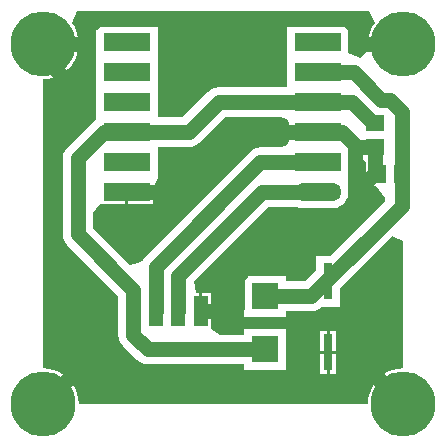
<source format=gtl>
G04 Layer_Physical_Order=1*
G04 Layer_Color=255*
%FSLAX44Y44*%
%MOMM*%
G71*
G01*
G75*
%ADD10R,1.2000X2.5000*%
%ADD11R,1.5000X1.4000*%
%ADD12R,4.0000X1.5000*%
%ADD13O,4.0000X1.5000*%
%ADD14R,2.3000X2.3000*%
%ADD15R,1.4000X1.5000*%
%ADD16R,0.8000X3.1000*%
%ADD17C,1.3000*%
%ADD18C,5.5000*%
G36*
X280646Y322740D02*
X280622Y322712D01*
X278151Y318680D01*
X276342Y314312D01*
X275238Y309714D01*
X274967Y306270D01*
X305000D01*
Y303730D01*
X274967D01*
X275238Y300286D01*
X275453Y299391D01*
X272765Y296040D01*
X268296Y293002D01*
X266463Y293393D01*
X258410Y297076D01*
Y319570D01*
X206410D01*
Y292570D01*
Y267878D01*
X148590D01*
X145327Y267448D01*
X142286Y266189D01*
X139675Y264185D01*
X117968Y242478D01*
X96910D01*
Y267170D01*
Y292570D01*
Y319570D01*
X44910D01*
Y292570D01*
Y267170D01*
Y240823D01*
X44828Y240789D01*
X42217Y238785D01*
X20295Y216863D01*
X18291Y214252D01*
X17032Y211211D01*
X16602Y207948D01*
Y143510D01*
X17032Y140247D01*
X18291Y137206D01*
X20295Y134595D01*
X63692Y91198D01*
Y78740D01*
Y58320D01*
X64122Y55057D01*
X65381Y52016D01*
X67385Y49405D01*
X79625Y37165D01*
X82236Y35161D01*
X85277Y33902D01*
X88540Y33472D01*
X170460D01*
Y28580D01*
X205460D01*
Y63580D01*
X170460D01*
Y58688D01*
X149764D01*
X141840Y63700D01*
Y77470D01*
X133300D01*
Y78740D01*
X132030D01*
Y93780D01*
X129448D01*
X127960Y103780D01*
X190642Y166462D01*
X215071D01*
X216386Y165917D01*
X219910Y165453D01*
X244910D01*
X248434Y165917D01*
X251718Y167278D01*
X254538Y169442D01*
X256702Y172262D01*
X258062Y175546D01*
X258526Y179070D01*
X258276Y180970D01*
X258410Y190970D01*
X258410Y190970D01*
Y211263D01*
X258410Y217970D01*
X258280Y218292D01*
X266314Y225103D01*
X267170Y224580D01*
X270630Y216013D01*
Y207540D01*
X270630D01*
X273580Y204350D01*
Y195580D01*
X283120D01*
Y193040D01*
X273580D01*
Y184270D01*
X281951D01*
X289767Y174270D01*
X289382Y171323D01*
X243220Y125160D01*
X231300D01*
Y113240D01*
X221748Y103688D01*
X205460D01*
Y108580D01*
X170460D01*
Y73580D01*
X205460D01*
Y78472D01*
X226970D01*
X230233Y78902D01*
X233274Y80161D01*
X235879Y82160D01*
X251300D01*
Y97580D01*
X295761Y142041D01*
X305000Y138214D01*
Y30133D01*
X300286Y29762D01*
X295688Y28658D01*
X291320Y26849D01*
X287288Y24378D01*
X283693Y21307D01*
X280622Y17712D01*
X278151Y13680D01*
X276342Y9312D01*
X275238Y4714D01*
X274867Y0D01*
X30133D01*
X29762Y4714D01*
X28658Y9312D01*
X26849Y13680D01*
X24378Y17712D01*
X21307Y21307D01*
X17712Y24378D01*
X13680Y26849D01*
X9312Y28658D01*
X4714Y29762D01*
X0Y30133D01*
Y274867D01*
X4714Y275238D01*
X9312Y276342D01*
X13680Y278151D01*
X17712Y280622D01*
X21307Y283693D01*
X24378Y287288D01*
X26849Y291320D01*
X28658Y295688D01*
X29762Y300286D01*
X30033Y303730D01*
X0D01*
Y306270D01*
X30033D01*
X29762Y309714D01*
X28658Y314312D01*
X26849Y318680D01*
X24378Y322712D01*
X24354Y322740D01*
X28964Y332740D01*
X276036D01*
X280646Y322740D01*
D02*
G37*
G36*
X206773Y240872D02*
X209870Y233203D01*
Y231770D01*
Y231140D01*
X232410D01*
Y228600D01*
X209870D01*
Y226537D01*
X206773Y218868D01*
X201010Y217078D01*
X183950D01*
X180687Y216648D01*
X177646Y215389D01*
X175035Y213385D01*
X86385Y124735D01*
X84381Y122124D01*
X83850Y120842D01*
X78001Y118392D01*
X72853Y117697D01*
X41818Y148732D01*
Y161744D01*
X48370Y169030D01*
X51818Y169030D01*
X69640D01*
Y179070D01*
X70910D01*
Y180340D01*
X93450D01*
Y182403D01*
X96910Y190970D01*
X96910Y197677D01*
Y217262D01*
X123190D01*
X126453Y217692D01*
X129494Y218951D01*
X132105Y220955D01*
X153812Y242662D01*
X201010D01*
X206773Y240872D01*
D02*
G37*
%LPC*%
G36*
X141840Y93780D02*
X134570D01*
Y80010D01*
X141840D01*
Y93780D01*
D02*
G37*
G36*
X247840Y61700D02*
X242570D01*
Y44930D01*
X247840D01*
Y61700D01*
D02*
G37*
G36*
X240030D02*
X234760D01*
Y44930D01*
X240030D01*
Y61700D01*
D02*
G37*
G36*
X247840Y42390D02*
X242570D01*
Y25620D01*
X247840D01*
Y42390D01*
D02*
G37*
G36*
X240030D02*
X234760D01*
Y25620D01*
X240030D01*
Y42390D01*
D02*
G37*
G36*
X93450Y177800D02*
X72180D01*
Y169030D01*
X93450D01*
Y177800D01*
D02*
G37*
%LPD*%
D10*
X76300Y78740D02*
D03*
X133300D02*
D03*
X114300D02*
D03*
X95300D02*
D03*
D11*
X280670Y237580D02*
D03*
Y217080D02*
D03*
D12*
X70910Y306070D02*
D03*
Y280670D02*
D03*
Y255270D02*
D03*
Y229870D02*
D03*
Y204470D02*
D03*
Y179070D02*
D03*
X232410Y306070D02*
D03*
Y280670D02*
D03*
Y255270D02*
D03*
Y229870D02*
D03*
Y204470D02*
D03*
D13*
Y179070D02*
D03*
D14*
X187960Y46080D02*
D03*
Y91080D02*
D03*
D15*
X303620Y194310D02*
D03*
X283120D02*
D03*
D16*
X241300Y43660D02*
D03*
Y103660D02*
D03*
D17*
X0Y305000D02*
X38410D01*
Y318748D01*
X45732Y326070D01*
X257588D01*
X264910Y318748D01*
Y305000D02*
Y318748D01*
Y305000D02*
X305000D01*
X209204Y115080D02*
X264910Y170786D01*
X280670Y195580D02*
Y217080D01*
X133300Y78740D02*
X160992D01*
X163960Y81708D01*
Y107758D01*
X171282Y115080D01*
X209204D01*
X264910Y170786D02*
Y179820D01*
X280670Y195580D01*
X114300Y107950D02*
X185420Y179070D01*
X95300Y115820D02*
X183950Y204470D01*
X131680Y179070D02*
X182480Y229870D01*
X70910Y179070D02*
X131680D01*
X114300Y78740D02*
Y107950D01*
X95300Y78740D02*
Y115820D01*
X185420Y179070D02*
X232410D01*
X183950Y204470D02*
X232410D01*
X182480Y229870D02*
X232410D01*
X265430Y34290D02*
X270710D01*
X305000Y0D01*
X0Y293370D02*
X29210Y264160D01*
X0Y293370D02*
Y305000D01*
X36830Y36830D02*
X39370D01*
X0Y0D02*
X36830Y36830D01*
X76300Y58320D02*
Y78740D01*
Y58320D02*
X88540Y46080D01*
X187960D01*
X303620Y194310D02*
Y246808D01*
Y167730D02*
Y194310D01*
X232410Y280670D02*
X262890D01*
X261420Y255270D02*
X279110Y237580D01*
X232410Y255270D02*
X261420D01*
X279110Y237580D02*
X280670D01*
X262890Y280670D02*
X286480Y257080D01*
X293348D01*
X303620Y246808D01*
X252730Y229870D02*
X265520Y217080D01*
X232410Y229870D02*
X252730D01*
X265520Y217080D02*
X280670D01*
X29210Y143510D02*
Y207948D01*
X51132Y229870D02*
X70910D01*
X29210Y207948D02*
X51132Y229870D01*
X226970Y91080D02*
X303620Y167730D01*
X187960Y91080D02*
X226970D01*
X76300Y78740D02*
Y96420D01*
X29210Y143510D02*
X76300Y96420D01*
X148590Y255270D02*
X232410D01*
X123190Y229870D02*
X148590Y255270D01*
X70910Y229870D02*
X123190D01*
D18*
X305000Y0D02*
D03*
Y305000D02*
D03*
X0D02*
D03*
Y0D02*
D03*
M02*

</source>
